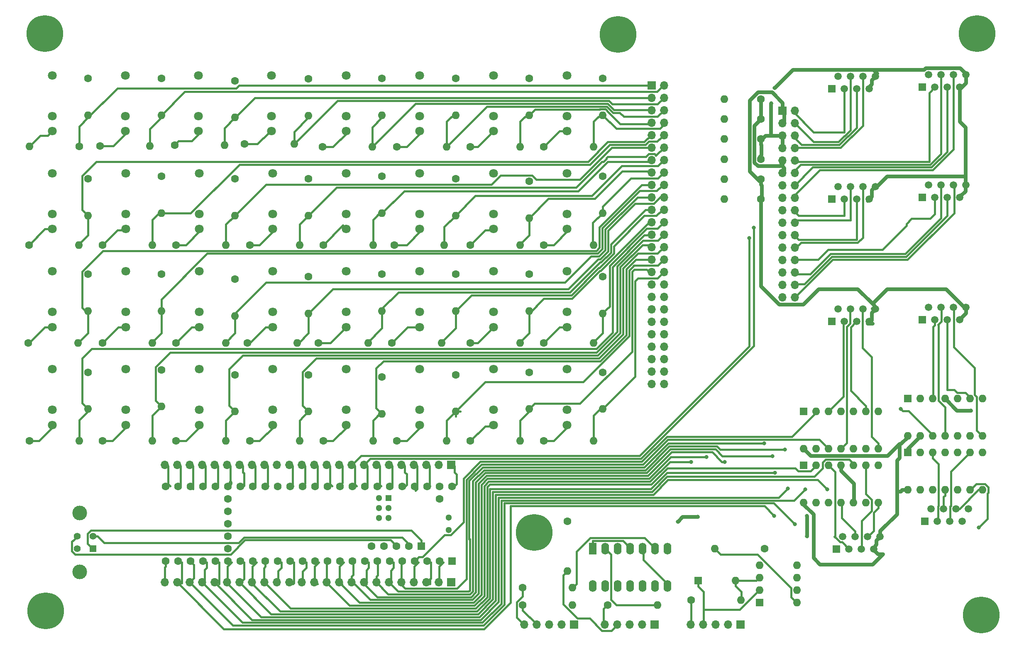
<source format=gbl>
G04 #@! TF.GenerationSoftware,KiCad,Pcbnew,(5.1.4)-1*
G04 #@! TF.CreationDate,2021-11-01T00:46:01-04:00*
G04 #@! TF.ProjectId,jack_pcb,6a61636b-5f70-4636-922e-6b696361645f,rev?*
G04 #@! TF.SameCoordinates,Original*
G04 #@! TF.FileFunction,Copper,L2,Bot*
G04 #@! TF.FilePolarity,Positive*
%FSLAX46Y46*%
G04 Gerber Fmt 4.6, Leading zero omitted, Abs format (unit mm)*
G04 Created by KiCad (PCBNEW (5.1.4)-1) date 2021-11-01 00:46:01*
%MOMM*%
%LPD*%
G04 APERTURE LIST*
%ADD10C,7.500000*%
%ADD11C,1.300000*%
%ADD12C,1.600000*%
%ADD13R,1.300000X1.300000*%
%ADD14R,1.600000X1.600000*%
%ADD15O,1.700000X1.700000*%
%ADD16R,1.700000X1.700000*%
%ADD17C,1.500000*%
%ADD18R,1.500000X1.500000*%
%ADD19O,1.600000X1.600000*%
%ADD20C,1.400000*%
%ADD21C,3.000000*%
%ADD22R,1.400000X1.400000*%
%ADD23O,1.600000X2.400000*%
%ADD24R,1.600000X2.400000*%
%ADD25C,1.800000*%
%ADD26C,0.800000*%
%ADD27C,0.762000*%
%ADD28C,0.381000*%
G04 APERTURE END LIST*
D10*
X147000000Y-138700000D03*
X238200000Y-155600000D03*
X47400000Y-154700000D03*
X164100000Y-37000000D03*
X47200000Y-36900000D03*
X237400000Y-36900000D03*
D11*
X129580000Y-135630000D03*
X129580000Y-138170000D03*
D12*
X84590000Y-131820000D03*
X84590000Y-134360000D03*
X84590000Y-136900000D03*
X84590000Y-139440000D03*
X84590000Y-141980000D03*
D11*
X117340000Y-135718400D03*
X115340000Y-135718400D03*
X115340000Y-133718400D03*
X117340000Y-133718400D03*
X115340000Y-131718400D03*
D13*
X117340000Y-131718400D03*
D12*
X89670000Y-144520000D03*
X87130000Y-144520000D03*
X84590000Y-144520000D03*
X82050000Y-144520000D03*
X92210000Y-144520000D03*
X94750000Y-144520000D03*
X97290000Y-144520000D03*
X79510000Y-144520000D03*
X76970000Y-144520000D03*
X74430000Y-144520000D03*
X71890000Y-144520000D03*
X71890000Y-129280000D03*
X74430000Y-129280000D03*
X76970000Y-129280000D03*
X79510000Y-129280000D03*
X82050000Y-129280000D03*
X84590000Y-129280000D03*
X87130000Y-129280000D03*
X89670000Y-129280000D03*
X92210000Y-129280000D03*
X94750000Y-129280000D03*
X99830000Y-144520000D03*
X102370000Y-144520000D03*
X104910000Y-144520000D03*
X107450000Y-144520000D03*
X109990000Y-144520000D03*
X112530000Y-144520000D03*
X115070000Y-144520000D03*
X117610000Y-144520000D03*
X120150000Y-144520000D03*
X122690000Y-144520000D03*
X125230000Y-144520000D03*
X127770000Y-144520000D03*
D14*
X130310000Y-144520000D03*
D12*
X97290000Y-129280000D03*
X99830000Y-129280000D03*
X102370000Y-129280000D03*
X104910000Y-129280000D03*
X107450000Y-129280000D03*
X109990000Y-129280000D03*
X112530000Y-129280000D03*
X115070000Y-129280000D03*
X117610000Y-129280000D03*
X120150000Y-129280000D03*
X122690000Y-129280000D03*
X125230000Y-129280000D03*
X127770000Y-129280000D03*
X130310000Y-129280000D03*
D14*
X124010800Y-141469200D03*
D12*
X121470800Y-141469200D03*
X118930800Y-141469200D03*
X116390800Y-141469200D03*
X113850800Y-141469200D03*
X127770000Y-131820000D03*
D15*
X71680000Y-148900000D03*
X74220000Y-148900000D03*
X76760000Y-148900000D03*
X79300000Y-148900000D03*
X81840000Y-148900000D03*
X84380000Y-148900000D03*
X86920000Y-148900000D03*
X89460000Y-148900000D03*
X92000000Y-148900000D03*
X94540000Y-148900000D03*
X97080000Y-148900000D03*
X99620000Y-148900000D03*
X102160000Y-148900000D03*
X104700000Y-148900000D03*
X107240000Y-148900000D03*
X109780000Y-148900000D03*
X112320000Y-148900000D03*
X114860000Y-148900000D03*
X117400000Y-148900000D03*
X119940000Y-148900000D03*
X122480000Y-148900000D03*
X125020000Y-148900000D03*
X127560000Y-148900000D03*
D16*
X130100000Y-148900000D03*
D15*
X71680000Y-124900000D03*
X74220000Y-124900000D03*
X76760000Y-124900000D03*
X79300000Y-124900000D03*
X81840000Y-124900000D03*
X84380000Y-124900000D03*
X86920000Y-124900000D03*
X89460000Y-124900000D03*
X92000000Y-124900000D03*
X94540000Y-124900000D03*
X97080000Y-124900000D03*
X99620000Y-124900000D03*
X102160000Y-124900000D03*
X104700000Y-124900000D03*
X107240000Y-124900000D03*
X109780000Y-124900000D03*
X112320000Y-124900000D03*
X114860000Y-124900000D03*
X117400000Y-124900000D03*
X119940000Y-124900000D03*
X122480000Y-124900000D03*
X125020000Y-124900000D03*
X127560000Y-124900000D03*
D16*
X130100000Y-124900000D03*
D17*
X216590000Y-93060000D03*
X215320000Y-95600000D03*
X214050000Y-93060000D03*
X212780000Y-95600000D03*
X211510000Y-93060000D03*
X210240000Y-95600000D03*
X208970000Y-93060000D03*
D18*
X207700000Y-95600000D03*
D19*
X202000000Y-121620000D03*
X217240000Y-114000000D03*
X204540000Y-121620000D03*
X214700000Y-114000000D03*
X207080000Y-121620000D03*
X212160000Y-114000000D03*
X209620000Y-121620000D03*
X209620000Y-114000000D03*
X212160000Y-121620000D03*
X207080000Y-114000000D03*
X214700000Y-121620000D03*
X204540000Y-114000000D03*
X217240000Y-121620000D03*
D14*
X202000000Y-114000000D03*
D19*
X56000000Y-93500000D03*
D12*
X56000000Y-86000000D03*
D19*
X159160000Y-100000000D03*
D12*
X149000000Y-100000000D03*
D19*
X144160000Y-100000000D03*
D12*
X134000000Y-100000000D03*
D19*
X128160000Y-100000000D03*
D12*
X118000000Y-100000000D03*
D19*
X113160000Y-100000000D03*
D12*
X103000000Y-100000000D03*
D19*
X98660000Y-100000000D03*
D12*
X88500000Y-100000000D03*
D19*
X84160000Y-100000000D03*
D12*
X74000000Y-100000000D03*
D19*
X69160000Y-100000000D03*
D12*
X59000000Y-100000000D03*
D19*
X159160000Y-120000000D03*
D12*
X149000000Y-120000000D03*
D19*
X144160000Y-120000000D03*
D12*
X134000000Y-120000000D03*
D19*
X129160000Y-120000000D03*
D12*
X119000000Y-120000000D03*
D19*
X114160000Y-120000000D03*
D12*
X104000000Y-120000000D03*
D19*
X99160000Y-120000000D03*
D12*
X89000000Y-120000000D03*
D19*
X84160000Y-120000000D03*
D12*
X74000000Y-120000000D03*
D19*
X69160000Y-120000000D03*
D12*
X59000000Y-120000000D03*
D19*
X54260000Y-120000000D03*
D12*
X44100000Y-120000000D03*
D19*
X54000000Y-100000000D03*
D12*
X43840000Y-100000000D03*
D19*
X159160000Y-80000000D03*
D12*
X149000000Y-80000000D03*
D19*
X144160000Y-80000000D03*
D12*
X134000000Y-80000000D03*
D19*
X128660000Y-80000000D03*
D12*
X118500000Y-80000000D03*
D19*
X114160000Y-80000000D03*
D12*
X104000000Y-80000000D03*
D19*
X99160000Y-80000000D03*
D12*
X89000000Y-80000000D03*
D19*
X84160000Y-80000000D03*
D12*
X74000000Y-80000000D03*
D19*
X69160000Y-80000000D03*
D12*
X59000000Y-80000000D03*
D19*
X54160000Y-80000000D03*
D12*
X44000000Y-80000000D03*
D19*
X159160000Y-60000000D03*
D12*
X149000000Y-60000000D03*
D19*
X144160000Y-60000000D03*
D12*
X134000000Y-60000000D03*
D19*
X129160000Y-60000000D03*
D12*
X119000000Y-60000000D03*
D19*
X114000000Y-60000000D03*
D12*
X103840000Y-60000000D03*
D19*
X98060000Y-59400000D03*
D12*
X87900000Y-59400000D03*
D19*
X83860000Y-59600000D03*
D12*
X73700000Y-59600000D03*
D19*
X68660000Y-59800000D03*
D12*
X58500000Y-59800000D03*
D19*
X44040000Y-59900000D03*
D12*
X54200000Y-59900000D03*
D15*
X173500000Y-108380000D03*
X170960000Y-108380000D03*
X173500000Y-105840000D03*
X170960000Y-105840000D03*
X173500000Y-103300000D03*
X170960000Y-103300000D03*
X173500000Y-100760000D03*
X170960000Y-100760000D03*
X173500000Y-98220000D03*
X170960000Y-98220000D03*
X173500000Y-95680000D03*
X170960000Y-95680000D03*
X173500000Y-93140000D03*
X170960000Y-93140000D03*
X173500000Y-90600000D03*
X170960000Y-90600000D03*
X173500000Y-88060000D03*
X170960000Y-88060000D03*
X173500000Y-85520000D03*
X170960000Y-85520000D03*
X173500000Y-82980000D03*
X170960000Y-82980000D03*
X173500000Y-80440000D03*
X170960000Y-80440000D03*
X173500000Y-77900000D03*
X170960000Y-77900000D03*
X173500000Y-75360000D03*
X170960000Y-75360000D03*
X173500000Y-72820000D03*
X170960000Y-72820000D03*
X173500000Y-70280000D03*
X170960000Y-70280000D03*
X173500000Y-67740000D03*
X170960000Y-67740000D03*
X173500000Y-65200000D03*
X170960000Y-65200000D03*
X173500000Y-62660000D03*
X170960000Y-62660000D03*
X173500000Y-60120000D03*
X170960000Y-60120000D03*
X173500000Y-57580000D03*
X170960000Y-57580000D03*
X173500000Y-55040000D03*
X170960000Y-55040000D03*
X173500000Y-52500000D03*
X170960000Y-52500000D03*
X173500000Y-49960000D03*
X170960000Y-49960000D03*
X173500000Y-47420000D03*
D16*
X170960000Y-47420000D03*
D19*
X161000000Y-94000000D03*
D12*
X161000000Y-86500000D03*
D19*
X146000000Y-93500000D03*
D12*
X146000000Y-86000000D03*
D19*
X131000000Y-93500000D03*
D12*
X131000000Y-86000000D03*
D19*
X116000000Y-93500000D03*
D12*
X116000000Y-86000000D03*
D19*
X101000000Y-94000000D03*
D12*
X101000000Y-86500000D03*
D19*
X86000000Y-94500000D03*
D12*
X86000000Y-87000000D03*
D19*
X71000000Y-93500000D03*
D12*
X71000000Y-86000000D03*
D19*
X161000000Y-113500000D03*
D12*
X161000000Y-106000000D03*
D19*
X146000000Y-113500000D03*
D12*
X146000000Y-106000000D03*
D19*
X131000000Y-114000000D03*
D12*
X131000000Y-106500000D03*
D19*
X116000000Y-114500000D03*
D12*
X116000000Y-107000000D03*
D19*
X101000000Y-114000000D03*
D12*
X101000000Y-106500000D03*
D19*
X86000000Y-114000000D03*
D12*
X86000000Y-106500000D03*
D19*
X71000000Y-113000000D03*
D12*
X71000000Y-105500000D03*
D19*
X56000000Y-113500000D03*
D12*
X56000000Y-106000000D03*
D19*
X161000000Y-73500000D03*
D12*
X161000000Y-66000000D03*
D19*
X146000000Y-74500000D03*
D12*
X146000000Y-67000000D03*
D19*
X131000000Y-74000000D03*
D12*
X131000000Y-66500000D03*
D19*
X116000000Y-73500000D03*
D12*
X116000000Y-66000000D03*
D19*
X101000000Y-74000000D03*
D12*
X101000000Y-66500000D03*
D19*
X86000000Y-74000000D03*
D12*
X86000000Y-66500000D03*
D19*
X71000000Y-73500000D03*
D12*
X71000000Y-66000000D03*
D19*
X56000000Y-74000000D03*
D12*
X56000000Y-66500000D03*
D19*
X161000000Y-53500000D03*
D12*
X161000000Y-46000000D03*
D19*
X146000000Y-53500000D03*
D12*
X146000000Y-46000000D03*
D19*
X131000000Y-53500000D03*
D12*
X131000000Y-46000000D03*
D19*
X116000000Y-53500000D03*
D12*
X116000000Y-46000000D03*
D19*
X101000000Y-53600000D03*
D12*
X101000000Y-46100000D03*
D19*
X86000000Y-54000000D03*
D12*
X86000000Y-46500000D03*
D19*
X56000000Y-53500000D03*
D12*
X56000000Y-46000000D03*
D19*
X71000000Y-53500000D03*
D12*
X71000000Y-46000000D03*
D19*
X185800000Y-50200000D03*
D12*
X193300000Y-50200000D03*
D19*
X185800000Y-54296000D03*
D12*
X193300000Y-54296000D03*
D19*
X185800000Y-66584000D03*
D12*
X193300000Y-66584000D03*
D19*
X185800000Y-70680000D03*
D12*
X193300000Y-70680000D03*
D19*
X185800000Y-58392000D03*
D12*
X193300000Y-58392000D03*
D20*
X57000000Y-139500000D03*
D21*
X54290000Y-134730000D03*
D22*
X57000000Y-142000000D03*
D20*
X53800000Y-139500000D03*
X53800000Y-142000000D03*
D21*
X54290000Y-146770000D03*
D23*
X159000000Y-149620000D03*
X174240000Y-142000000D03*
X161540000Y-149620000D03*
X171700000Y-142000000D03*
X164080000Y-149620000D03*
X169160000Y-142000000D03*
X166620000Y-149620000D03*
X166620000Y-142000000D03*
X169160000Y-149620000D03*
X164080000Y-142000000D03*
X171700000Y-149620000D03*
X161540000Y-142000000D03*
X174240000Y-149620000D03*
D24*
X159000000Y-142000000D03*
D15*
X178920000Y-157500000D03*
X181460000Y-157500000D03*
X184000000Y-157500000D03*
X186540000Y-157500000D03*
D16*
X189080000Y-157500000D03*
D15*
X145040000Y-157500000D03*
X147580000Y-157500000D03*
X150120000Y-157500000D03*
X152660000Y-157500000D03*
D16*
X155200000Y-157500000D03*
D15*
X161420000Y-157500000D03*
X163960000Y-157500000D03*
X166500000Y-157500000D03*
X169040000Y-157500000D03*
D16*
X171580000Y-157500000D03*
D19*
X223200000Y-130020000D03*
X238440000Y-122400000D03*
X225740000Y-130020000D03*
X235900000Y-122400000D03*
X228280000Y-130020000D03*
X233360000Y-122400000D03*
X230820000Y-130020000D03*
X230820000Y-122400000D03*
X233360000Y-130020000D03*
X228280000Y-122400000D03*
X235900000Y-130020000D03*
X225740000Y-122400000D03*
X238440000Y-130020000D03*
D14*
X223200000Y-122400000D03*
D19*
X202000000Y-132620000D03*
X217240000Y-125000000D03*
X204540000Y-132620000D03*
X214700000Y-125000000D03*
X207080000Y-132620000D03*
X212160000Y-125000000D03*
X209620000Y-132620000D03*
X209620000Y-125000000D03*
X212160000Y-132620000D03*
X207080000Y-125000000D03*
X214700000Y-132620000D03*
X204540000Y-125000000D03*
X217240000Y-132620000D03*
D14*
X202000000Y-125000000D03*
D19*
X223200000Y-119020000D03*
X238440000Y-111400000D03*
X225740000Y-119020000D03*
X235900000Y-111400000D03*
X228280000Y-119020000D03*
X233360000Y-111400000D03*
X230820000Y-119020000D03*
X230820000Y-111400000D03*
X233360000Y-119020000D03*
X228280000Y-111400000D03*
X235900000Y-119020000D03*
X225740000Y-111400000D03*
X238440000Y-119020000D03*
D14*
X223200000Y-111400000D03*
D19*
X200620000Y-153000000D03*
X193000000Y-145380000D03*
X200620000Y-150460000D03*
X193000000Y-147920000D03*
X200620000Y-147920000D03*
X193000000Y-150460000D03*
X200620000Y-145380000D03*
D14*
X193000000Y-153000000D03*
D19*
X183840000Y-142000000D03*
D12*
X194000000Y-142000000D03*
D19*
X189160000Y-152500000D03*
D12*
X179000000Y-152500000D03*
D19*
X172160000Y-153500000D03*
D12*
X162000000Y-153500000D03*
D19*
X154860000Y-150000000D03*
D12*
X144700000Y-150000000D03*
D19*
X153800000Y-146600000D03*
D12*
X153800000Y-136440000D03*
D19*
X154860000Y-153500000D03*
D12*
X144700000Y-153500000D03*
D17*
X235090000Y-67760000D03*
X233820000Y-70300000D03*
X232550000Y-67760000D03*
X231280000Y-70300000D03*
X230010000Y-67760000D03*
X228740000Y-70300000D03*
X227470000Y-67760000D03*
D18*
X226200000Y-70300000D03*
D17*
X235090000Y-45260000D03*
X233820000Y-47800000D03*
X232550000Y-45260000D03*
X231280000Y-47800000D03*
X230010000Y-45260000D03*
X228740000Y-47800000D03*
X227470000Y-45260000D03*
D18*
X226200000Y-47800000D03*
D17*
X235630000Y-133910000D03*
X234360000Y-136450000D03*
X233090000Y-133910000D03*
X231820000Y-136450000D03*
X230550000Y-133910000D03*
X229280000Y-136450000D03*
X228010000Y-133910000D03*
D18*
X226740000Y-136450000D03*
D17*
X235090000Y-92760000D03*
X233820000Y-95300000D03*
X232550000Y-92760000D03*
X231280000Y-95300000D03*
X230010000Y-92760000D03*
X228740000Y-95300000D03*
X227470000Y-92760000D03*
D18*
X226200000Y-95300000D03*
D17*
X216590000Y-68060000D03*
X215320000Y-70600000D03*
X214050000Y-68060000D03*
X212780000Y-70600000D03*
X211510000Y-68060000D03*
X210240000Y-70600000D03*
X208970000Y-68060000D03*
D18*
X207700000Y-70600000D03*
D17*
X216590000Y-45560000D03*
X215320000Y-48100000D03*
X214050000Y-45560000D03*
X212780000Y-48100000D03*
X211510000Y-45560000D03*
X210240000Y-48100000D03*
X208970000Y-45560000D03*
D18*
X207700000Y-48100000D03*
D17*
X217590000Y-139560000D03*
X216320000Y-142100000D03*
X215050000Y-139560000D03*
X213780000Y-142100000D03*
X212510000Y-139560000D03*
X211240000Y-142100000D03*
X209970000Y-139560000D03*
D18*
X208700000Y-142100000D03*
D25*
X138700000Y-105380000D03*
X138700000Y-116780000D03*
X138700000Y-113680000D03*
X123700000Y-105380000D03*
X123700000Y-116780000D03*
X123700000Y-113680000D03*
X108700000Y-105380000D03*
X108700000Y-116780000D03*
X108700000Y-113680000D03*
X93700000Y-105380000D03*
X93700000Y-116780000D03*
X93700000Y-113680000D03*
X78700000Y-105380000D03*
X78700000Y-116780000D03*
X78700000Y-113680000D03*
X63700000Y-105380000D03*
X63700000Y-116780000D03*
X63700000Y-113680000D03*
X48700000Y-105380000D03*
X48700000Y-116780000D03*
X48700000Y-113680000D03*
X153700000Y-105380000D03*
X153700000Y-116780000D03*
X153700000Y-113680000D03*
X138700000Y-85380000D03*
X138700000Y-96780000D03*
X138700000Y-93680000D03*
X123700000Y-85380000D03*
X123700000Y-96780000D03*
X123700000Y-93680000D03*
X108700000Y-85380000D03*
X108700000Y-96780000D03*
X108700000Y-93680000D03*
X93700000Y-85380000D03*
X93700000Y-96780000D03*
X93700000Y-93680000D03*
X78700000Y-85380000D03*
X78700000Y-96780000D03*
X78700000Y-93680000D03*
X63700000Y-85380000D03*
X63700000Y-96780000D03*
X63700000Y-93680000D03*
X48700000Y-85380000D03*
X48700000Y-96780000D03*
X48700000Y-93680000D03*
X153700000Y-85380000D03*
X153700000Y-96780000D03*
X153700000Y-93680000D03*
X138700000Y-65380000D03*
X138700000Y-76780000D03*
X138700000Y-73680000D03*
X123700000Y-65380000D03*
X123700000Y-76780000D03*
X123700000Y-73680000D03*
X108700000Y-65380000D03*
X108700000Y-76780000D03*
X108700000Y-73680000D03*
X93700000Y-65380000D03*
X93700000Y-76780000D03*
X93700000Y-73680000D03*
X78700000Y-65380000D03*
X78700000Y-76780000D03*
X78700000Y-73680000D03*
X63700000Y-65380000D03*
X63700000Y-76780000D03*
X63700000Y-73680000D03*
X48700000Y-65380000D03*
X48700000Y-76780000D03*
X48700000Y-73680000D03*
X153700000Y-65380000D03*
X153700000Y-76780000D03*
X153700000Y-73680000D03*
D15*
X200240000Y-90700000D03*
X197700000Y-90700000D03*
X200240000Y-88160000D03*
X197700000Y-88160000D03*
X200240000Y-85620000D03*
X197700000Y-85620000D03*
X200240000Y-83080000D03*
X197700000Y-83080000D03*
X200240000Y-80540000D03*
X197700000Y-80540000D03*
X200240000Y-78000000D03*
X197700000Y-78000000D03*
X200240000Y-75460000D03*
X197700000Y-75460000D03*
X200240000Y-72920000D03*
X197700000Y-72920000D03*
X200240000Y-70380000D03*
X197700000Y-70380000D03*
X200240000Y-67840000D03*
X197700000Y-67840000D03*
X200240000Y-65300000D03*
X197700000Y-65300000D03*
X200240000Y-62760000D03*
X197700000Y-62760000D03*
X200240000Y-60220000D03*
X197700000Y-60220000D03*
X200240000Y-57680000D03*
X197700000Y-57680000D03*
X200240000Y-55140000D03*
X197700000Y-55140000D03*
X200240000Y-52600000D03*
D16*
X197700000Y-52600000D03*
D25*
X138700000Y-45380000D03*
X138700000Y-56780000D03*
X138700000Y-53680000D03*
X123700000Y-45380000D03*
X123700000Y-56780000D03*
X123700000Y-53680000D03*
X108700000Y-45380000D03*
X108700000Y-56780000D03*
X108700000Y-53680000D03*
X93418000Y-45380000D03*
X93418000Y-56780000D03*
X93418000Y-53680000D03*
X78512000Y-45380000D03*
X78512000Y-56780000D03*
X78512000Y-53680000D03*
X63606000Y-45380000D03*
X63606000Y-56780000D03*
X63606000Y-53680000D03*
X48700000Y-45380000D03*
X48700000Y-56780000D03*
X48700000Y-53680000D03*
X153700000Y-45380000D03*
X153700000Y-56780000D03*
X153700000Y-53680000D03*
D19*
X188120000Y-148500000D03*
D14*
X180500000Y-148500000D03*
D19*
X185800000Y-62488000D03*
D12*
X193300000Y-62488000D03*
D26*
X202700000Y-139500000D03*
X202700000Y-135300000D03*
X236100000Y-113800000D03*
X180400000Y-135500000D03*
X176300000Y-136500000D03*
X195365026Y-51051735D03*
X190905775Y-78596275D03*
X191800000Y-76500000D03*
X196018496Y-47967701D03*
X198200000Y-121800000D03*
X193900000Y-120528479D03*
X179000000Y-124300000D03*
X185900000Y-124300000D03*
X221800000Y-113500000D03*
X182200000Y-123300000D03*
X195600000Y-123100000D03*
X206800000Y-129900000D03*
X196100000Y-126500000D03*
X196000000Y-135300000D03*
X237700000Y-137700000D03*
X202300000Y-129900000D03*
X200200000Y-137009490D03*
X198800000Y-129700000D03*
D27*
X223200000Y-122400000D02*
X223200000Y-121600000D01*
X223200000Y-121600000D02*
X225500000Y-119300000D01*
X209620000Y-126131370D02*
X212200000Y-128711370D01*
X209620000Y-125000000D02*
X209620000Y-126131370D01*
X212200000Y-128711370D02*
X212200000Y-132500000D01*
X202700000Y-139500000D02*
X202700000Y-135300000D01*
X230820000Y-111400000D02*
X233220000Y-113800000D01*
X233220000Y-113800000D02*
X236100000Y-113800000D01*
X177300000Y-135500000D02*
X176300000Y-136500000D01*
X180400000Y-135500000D02*
X177300000Y-135500000D01*
X197700000Y-57680000D02*
X197700000Y-59889536D01*
X197700000Y-59889536D02*
X197571807Y-60017729D01*
X197571807Y-60017729D02*
X197982271Y-60017729D01*
X194183329Y-57680000D02*
X193453162Y-58410167D01*
X193300000Y-59523370D02*
X193335972Y-59559342D01*
X193300000Y-58392000D02*
X193300000Y-59523370D01*
X193335972Y-59559342D02*
X193335972Y-61664028D01*
X193335972Y-61664028D02*
X193000000Y-62000000D01*
X195320000Y-51096761D02*
X195365026Y-51051735D01*
X195320000Y-57680000D02*
X195320000Y-51096761D01*
X195320000Y-57680000D02*
X194183329Y-57680000D01*
X197700000Y-57680000D02*
X195320000Y-57680000D01*
X217590000Y-139560000D02*
X217590000Y-138410000D01*
X217590000Y-138410000D02*
X221000000Y-135000000D01*
D28*
X131195890Y-128804110D02*
X130800000Y-129200000D01*
X130800000Y-125200000D02*
X130800000Y-126431000D01*
X130800000Y-126431000D02*
X131195890Y-126826890D01*
X131195890Y-126826890D02*
X131195890Y-128804110D01*
D27*
X221788630Y-130300000D02*
X221000000Y-130300000D01*
X222068630Y-130020000D02*
X221788630Y-130300000D01*
X223200000Y-130020000D02*
X222068630Y-130020000D01*
X221000000Y-135000000D02*
X221000000Y-130300000D01*
X203417989Y-123037989D02*
X203240000Y-122860000D01*
X219062011Y-123037989D02*
X203417989Y-123037989D01*
X203240000Y-122860000D02*
X203381001Y-123001001D01*
X202000000Y-121620000D02*
X203240000Y-122860000D01*
X221000000Y-130300000D02*
X221000000Y-124000000D01*
X221000000Y-124000000D02*
X221500000Y-123500000D01*
X221500000Y-123500000D02*
X221500000Y-120600000D01*
X221500000Y-120600000D02*
X219062011Y-123037989D01*
X221500000Y-120600000D02*
X221800000Y-120600000D01*
X221800000Y-120600000D02*
X223200000Y-119200000D01*
X204000000Y-135000000D02*
X202000000Y-133000000D01*
X204000000Y-143900000D02*
X204000000Y-135000000D01*
X205300000Y-145200000D02*
X204000000Y-143900000D01*
X216062002Y-145200000D02*
X205300000Y-145200000D01*
X216840001Y-140309999D02*
X216840001Y-141159999D01*
X217590000Y-139560000D02*
X216840001Y-140309999D01*
X216840001Y-141159999D02*
X216000000Y-142000000D01*
X216000000Y-142000000D02*
X217131001Y-143131001D01*
X217131001Y-143131001D02*
X218131001Y-143131001D01*
X218131001Y-143131001D02*
X216062002Y-145200000D01*
D28*
X188120000Y-148500000D02*
X192300000Y-148500000D01*
X192300000Y-148500000D02*
X193100000Y-147700000D01*
X193100000Y-147700000D02*
X193200000Y-147800000D01*
X188120000Y-149631370D02*
X189300000Y-150811370D01*
X188120000Y-148500000D02*
X188120000Y-149631370D01*
X189300000Y-150811370D02*
X189300000Y-152600000D01*
X180500000Y-149681000D02*
X181600000Y-150781000D01*
X180500000Y-148500000D02*
X180500000Y-149681000D01*
X188921942Y-154500000D02*
X181600000Y-154500000D01*
X192961942Y-150460000D02*
X188921942Y-154500000D01*
X193000000Y-150460000D02*
X192961942Y-150460000D01*
X181600000Y-150781000D02*
X181600000Y-154500000D01*
X181600000Y-154500000D02*
X181600000Y-157500000D01*
X153700000Y-56780000D02*
X152220000Y-56780000D01*
X152220000Y-56780000D02*
X149000000Y-60000000D01*
X47800001Y-57679999D02*
X46320001Y-57679999D01*
X48700000Y-56780000D02*
X47800001Y-57679999D01*
X46320001Y-57679999D02*
X44000000Y-60000000D01*
X58500000Y-59800000D02*
X61200000Y-59800000D01*
X61200000Y-59800000D02*
X64000000Y-57000000D01*
X74499999Y-58800001D02*
X77199999Y-58800001D01*
X73700000Y-59600000D02*
X74499999Y-58800001D01*
X77199999Y-58800001D02*
X79000000Y-57000000D01*
X87900000Y-59400000D02*
X90600000Y-59400000D01*
X90600000Y-59400000D02*
X93000000Y-57000000D01*
X103840000Y-60000000D02*
X106000000Y-60000000D01*
X106000000Y-60000000D02*
X109000000Y-57000000D01*
X119000000Y-60000000D02*
X121000000Y-60000000D01*
X121000000Y-60000000D02*
X124000000Y-57000000D01*
X138700000Y-56780000D02*
X135480000Y-60000000D01*
X135480000Y-60000000D02*
X134000000Y-60000000D01*
X232679499Y-68320501D02*
X233000000Y-68000000D01*
X232679499Y-73489787D02*
X232679499Y-68320501D01*
X207940000Y-83000000D02*
X223169286Y-83000000D01*
X200240000Y-90700000D02*
X207940000Y-83000000D01*
X223169286Y-83000000D02*
X232679499Y-73489787D01*
X207699338Y-82418989D02*
X202118327Y-88000000D01*
X231280000Y-74067614D02*
X222928625Y-82418989D01*
X202118327Y-88000000D02*
X200000000Y-88000000D01*
X231280000Y-70300000D02*
X231280000Y-74067614D01*
X222928625Y-82418989D02*
X207699338Y-82418989D01*
X230010000Y-67760000D02*
X230010000Y-74515942D01*
X207458676Y-81837978D02*
X203296654Y-86000000D01*
X203296654Y-86000000D02*
X200000000Y-86000000D01*
X222687964Y-81837978D02*
X207458676Y-81837978D01*
X230010000Y-74515942D02*
X222687964Y-81837978D01*
X204969286Y-83000000D02*
X200000000Y-83000000D01*
X206969286Y-81000000D02*
X204969286Y-83000000D01*
X228740000Y-73723333D02*
X227803834Y-74659499D01*
X228740000Y-70300000D02*
X228740000Y-73723333D01*
X227803834Y-74659499D02*
X223974559Y-74659499D01*
X218040000Y-81000000D02*
X206969286Y-81000000D01*
X223974559Y-74659499D02*
X222939499Y-75694559D01*
X222939499Y-75694559D02*
X222939499Y-76100501D01*
X222939499Y-76100501D02*
X218040000Y-81000000D01*
X213020662Y-79521512D02*
X201478488Y-79521512D01*
X201478488Y-79521512D02*
X200000000Y-81000000D01*
X214050000Y-78492174D02*
X213020662Y-79521512D01*
X214050000Y-68060000D02*
X214050000Y-78492174D01*
X200940501Y-78940501D02*
X200000000Y-78000000D01*
X212780000Y-70600000D02*
X212780000Y-78940501D01*
X212780000Y-78940501D02*
X200940501Y-78940501D01*
X200040501Y-74959499D02*
X200000000Y-75000000D01*
X211510000Y-68060000D02*
X211510000Y-74959499D01*
X211510000Y-74959499D02*
X200040501Y-74959499D01*
X201000000Y-74000000D02*
X200000000Y-73000000D01*
X210240000Y-70600000D02*
X210240000Y-74000000D01*
X210240000Y-74000000D02*
X201000000Y-74000000D01*
X199429499Y-150047557D02*
X199429499Y-151929499D01*
X192572443Y-143190501D02*
X199429499Y-150047557D01*
X183840000Y-142000000D02*
X185030501Y-143190501D01*
X185030501Y-143190501D02*
X192572443Y-143190501D01*
X199429499Y-151929499D02*
X200500000Y-153000000D01*
X201418989Y-68581011D02*
X200000000Y-70000000D01*
X205256967Y-64743033D02*
X201418989Y-68581011D01*
X232550000Y-45260000D02*
X232550000Y-60514518D01*
X232550000Y-60514518D02*
X228321485Y-64743033D01*
X228321485Y-64743033D02*
X205256967Y-64743033D01*
X110480000Y-128880000D02*
X110800000Y-129200000D01*
X110480000Y-125200000D02*
X110480000Y-128880000D01*
X190905775Y-100694225D02*
X190905775Y-79161960D01*
X190905775Y-79161960D02*
X190905775Y-78596275D01*
X111721511Y-123078489D02*
X168521511Y-123078489D01*
X109900000Y-124900000D02*
X111721511Y-123078489D01*
X168521511Y-123078489D02*
X190905775Y-100694225D01*
X203837978Y-64162022D02*
X200000000Y-68000000D01*
X231280000Y-60962845D02*
X228080823Y-64162022D01*
X228080823Y-64162022D02*
X203837978Y-64162022D01*
X231280000Y-47800000D02*
X231280000Y-60962845D01*
X113020000Y-128980000D02*
X112800000Y-129200000D01*
X113020000Y-125200000D02*
X113020000Y-128980000D01*
X191800000Y-77065685D02*
X191800000Y-76500000D01*
X191800000Y-100621673D02*
X191800000Y-77065685D01*
X168762173Y-123659500D02*
X191800000Y-100621673D01*
X112320000Y-124900000D02*
X113560500Y-123659500D01*
X113560500Y-123659500D02*
X168762173Y-123659500D01*
X227840161Y-63581011D02*
X201418989Y-63581011D01*
X201418989Y-63581011D02*
X200000000Y-65000000D01*
X230010000Y-61411172D02*
X227840161Y-63581011D01*
X230010000Y-45260000D02*
X230010000Y-61411172D01*
D27*
X197700000Y-63962081D02*
X198000000Y-64262081D01*
X197700000Y-62760000D02*
X197700000Y-63962081D01*
X198000000Y-64262081D02*
X198000000Y-65000000D01*
X215840001Y-46309999D02*
X215840001Y-47159999D01*
X216590000Y-45560000D02*
X215840001Y-46309999D01*
X215840001Y-47159999D02*
X215000000Y-48000000D01*
X235090000Y-45260000D02*
X235090000Y-46910000D01*
X235090000Y-46910000D02*
X234000000Y-48000000D01*
X193300000Y-50200000D02*
X193300000Y-53700000D01*
X193300000Y-53700000D02*
X193000000Y-54000000D01*
X192637119Y-63869001D02*
X197130999Y-63869001D01*
X191918999Y-63150881D02*
X192637119Y-63869001D01*
X193300000Y-54296000D02*
X191918999Y-55677001D01*
X191918999Y-55677001D02*
X191918999Y-63150881D01*
X197130999Y-63869001D02*
X198000000Y-63000000D01*
X196018496Y-47967701D02*
X199757198Y-44228999D01*
X216228999Y-44228999D02*
X217000000Y-45000000D01*
X226831119Y-43928999D02*
X233928999Y-43928999D01*
X226531119Y-44228999D02*
X226831119Y-43928999D01*
X215771001Y-44228999D02*
X226531119Y-44228999D01*
X215771001Y-44228999D02*
X216228999Y-44228999D01*
X199757198Y-44228999D02*
X215771001Y-44228999D01*
X233928999Y-43928999D02*
X235000000Y-45000000D01*
X233820000Y-54837882D02*
X235000000Y-56017882D01*
X233820000Y-47800000D02*
X233820000Y-54837882D01*
X235000000Y-68000000D02*
X235000000Y-69000000D01*
X235000000Y-69000000D02*
X234000000Y-70000000D01*
X235000000Y-66000000D02*
X219000000Y-66000000D01*
X235000000Y-66000000D02*
X235000000Y-68000000D01*
X235000000Y-56017882D02*
X235000000Y-66000000D01*
X219000000Y-66000000D02*
X217000000Y-68000000D01*
X215840001Y-68809999D02*
X215840001Y-70159999D01*
X216590000Y-68060000D02*
X215840001Y-68809999D01*
X215840001Y-70159999D02*
X215000000Y-71000000D01*
D28*
X227599499Y-63000000D02*
X200000000Y-63000000D01*
X227599499Y-48940501D02*
X227599499Y-63000000D01*
X228740000Y-47800000D02*
X227599499Y-48940501D01*
X214050000Y-55655019D02*
X209542999Y-60162020D01*
X200162020Y-60162020D02*
X200000000Y-60000000D01*
X209542999Y-60162020D02*
X200162020Y-60162020D01*
X214050000Y-45560000D02*
X214050000Y-55655019D01*
X209302337Y-59581009D02*
X201581009Y-59581009D01*
X201581009Y-59581009D02*
X200000000Y-58000000D01*
X212780000Y-48100000D02*
X212780000Y-56103346D01*
X212780000Y-56103346D02*
X209302337Y-59581009D01*
X211510000Y-56551673D02*
X209061673Y-59000000D01*
X209061673Y-59000000D02*
X204000000Y-59000000D01*
X204000000Y-59000000D02*
X200000000Y-55000000D01*
X211510000Y-45560000D02*
X211510000Y-56551673D01*
D27*
X198000000Y-53000000D02*
X198000000Y-55000000D01*
X193300000Y-67715370D02*
X193453163Y-67868533D01*
X193300000Y-66584000D02*
X193300000Y-67715370D01*
X193453163Y-67868533D02*
X193453163Y-70546837D01*
X190956989Y-50499129D02*
X190956989Y-64956989D01*
X192637119Y-48818999D02*
X190956989Y-50499129D01*
X195530999Y-48818999D02*
X192637119Y-48818999D01*
X197700000Y-52600000D02*
X197700000Y-50988000D01*
X197700000Y-50988000D02*
X195530999Y-48818999D01*
X190956989Y-64956989D02*
X193000000Y-67000000D01*
X217000000Y-93000000D02*
X216000000Y-93000000D01*
X193300000Y-88417882D02*
X197013119Y-92131001D01*
X193300000Y-70680000D02*
X193300000Y-88417882D01*
X201868999Y-92131001D02*
X205000000Y-89000000D01*
X197013119Y-92131001D02*
X201868999Y-92131001D01*
X205000000Y-89000000D02*
X213000000Y-89000000D01*
X215840001Y-93809999D02*
X215840001Y-95367417D01*
X216590000Y-93060000D02*
X215840001Y-93809999D01*
X215840001Y-95367417D02*
X215207418Y-96000000D01*
X215207418Y-96000000D02*
X215000000Y-96000000D01*
X215000000Y-96000000D02*
X216000000Y-96000000D01*
X219000000Y-89000000D02*
X231000000Y-89000000D01*
X216000000Y-92000000D02*
X219000000Y-89000000D01*
X216000000Y-92000000D02*
X217000000Y-93000000D01*
X213000000Y-89000000D02*
X216000000Y-92000000D01*
X231000000Y-89000000D02*
X235000000Y-93000000D01*
X235090000Y-92760000D02*
X235090000Y-93910000D01*
X235090000Y-93910000D02*
X234000000Y-95000000D01*
D28*
X210240000Y-56989311D02*
X204012075Y-56989311D01*
X210240000Y-48100000D02*
X210240000Y-56989311D01*
X204012075Y-56989311D02*
X200000000Y-52977236D01*
X149000000Y-80000000D02*
X151000000Y-80000000D01*
X151000000Y-80000000D02*
X154000000Y-77000000D01*
X48700000Y-76780000D02*
X47220000Y-76780000D01*
X47220000Y-76780000D02*
X44000000Y-80000000D01*
X59000000Y-80000000D02*
X62000000Y-77000000D01*
X62000000Y-77000000D02*
X63000000Y-77000000D01*
X74000000Y-80000000D02*
X76000000Y-80000000D01*
X76000000Y-80000000D02*
X79000000Y-77000000D01*
X89000000Y-80000000D02*
X91000000Y-80000000D01*
X91000000Y-80000000D02*
X94000000Y-77000000D01*
X104000000Y-80000000D02*
X108000000Y-76000000D01*
X108000000Y-76000000D02*
X109000000Y-77000000D01*
X118500000Y-80000000D02*
X121000000Y-80000000D01*
X121000000Y-80000000D02*
X124000000Y-77000000D01*
X134000000Y-80000000D02*
X137000000Y-77000000D01*
X137000000Y-77000000D02*
X138000000Y-77000000D01*
X153700000Y-96780000D02*
X152220000Y-96780000D01*
X152220000Y-96780000D02*
X149000000Y-100000000D01*
X48700000Y-96780000D02*
X47220000Y-96780000D01*
X47220000Y-96780000D02*
X44000000Y-100000000D01*
X63700000Y-96780000D02*
X62220000Y-96780000D01*
X62220000Y-96780000D02*
X59000000Y-100000000D01*
X78700000Y-96780000D02*
X77220000Y-96780000D01*
X77220000Y-96780000D02*
X74000000Y-100000000D01*
X93700000Y-96780000D02*
X92220000Y-96780000D01*
X92220000Y-96780000D02*
X89000000Y-100000000D01*
X108700000Y-96780000D02*
X105480000Y-100000000D01*
X105480000Y-100000000D02*
X103000000Y-100000000D01*
X121220000Y-96780000D02*
X118000000Y-100000000D01*
X123700000Y-96780000D02*
X121220000Y-96780000D01*
X138700000Y-96780000D02*
X135480000Y-100000000D01*
X135480000Y-100000000D02*
X134000000Y-100000000D01*
X149000000Y-120000000D02*
X151000000Y-120000000D01*
X151000000Y-120000000D02*
X154000000Y-117000000D01*
X44100000Y-120000000D02*
X46000000Y-120000000D01*
X46000000Y-120000000D02*
X49000000Y-117000000D01*
X59000000Y-120000000D02*
X61000000Y-120000000D01*
X61000000Y-120000000D02*
X64000000Y-117000000D01*
X74000000Y-120000000D02*
X76000000Y-120000000D01*
X76000000Y-120000000D02*
X79000000Y-117000000D01*
X89000000Y-120000000D02*
X91000000Y-120000000D01*
X91000000Y-120000000D02*
X94000000Y-117000000D01*
X104000000Y-120000000D02*
X106000000Y-120000000D01*
X106000000Y-120000000D02*
X109000000Y-117000000D01*
X119000000Y-120000000D02*
X121000000Y-120000000D01*
X121000000Y-120000000D02*
X124000000Y-117000000D01*
X134000000Y-120000000D02*
X137000000Y-117000000D01*
X137000000Y-117000000D02*
X138000000Y-117000000D01*
X179000000Y-152500000D02*
X179000000Y-153631370D01*
X179000000Y-153631370D02*
X179000000Y-157600000D01*
X215890501Y-102926443D02*
X214000000Y-101035942D01*
X215890501Y-119139131D02*
X215890501Y-102926443D01*
X217240000Y-121620000D02*
X217240000Y-120488630D01*
X217240000Y-120488630D02*
X215890501Y-119139131D01*
X214000000Y-101035942D02*
X214000000Y-93100000D01*
X214700000Y-112868630D02*
X211600000Y-109768630D01*
X214700000Y-114000000D02*
X214700000Y-112868630D01*
X211600000Y-109768630D02*
X211600000Y-96800000D01*
X211600000Y-96800000D02*
X212600000Y-95800000D01*
X209620000Y-121620000D02*
X210810501Y-120429499D01*
X211600000Y-93400000D02*
X211400000Y-93200000D01*
X210810501Y-96717441D02*
X211500000Y-96027942D01*
X210810501Y-120429499D02*
X210810501Y-96717441D01*
X211500000Y-96027942D02*
X211500000Y-93100000D01*
X207080000Y-114000000D02*
X210100000Y-110980000D01*
X210100000Y-95600000D02*
X210200000Y-95600000D01*
X210100000Y-110980000D02*
X210100000Y-96100000D01*
X210100000Y-96100000D02*
X210200000Y-96000000D01*
X215200000Y-139600000D02*
X215300000Y-139600000D01*
X217240000Y-133751370D02*
X216300000Y-134691370D01*
X217240000Y-132620000D02*
X217240000Y-133751370D01*
X216300000Y-134691370D02*
X216300000Y-138400000D01*
X216300000Y-138400000D02*
X215100000Y-139600000D01*
X215890501Y-134279197D02*
X213800000Y-136369698D01*
X215890501Y-132048559D02*
X215890501Y-134279197D01*
X214700000Y-125000000D02*
X214700000Y-130858058D01*
X214700000Y-130858058D02*
X215890501Y-132048559D01*
X213800000Y-136369698D02*
X213800000Y-141900000D01*
X212510000Y-138499340D02*
X209800000Y-135789340D01*
X212510000Y-139560000D02*
X212510000Y-138499340D01*
X209800000Y-135789340D02*
X209800000Y-132600000D01*
X211240000Y-142100000D02*
X209840501Y-140700501D01*
X209840501Y-140700501D02*
X209422559Y-140700501D01*
X208429499Y-139707441D02*
X208461029Y-139738971D01*
X208429499Y-126349499D02*
X208429499Y-139707441D01*
X207080000Y-125000000D02*
X208429499Y-126349499D01*
X209422559Y-140700501D02*
X208461029Y-139738971D01*
X208461029Y-139738971D02*
X208270501Y-139548443D01*
X236890501Y-105126443D02*
X232600000Y-100835942D01*
X232600000Y-100835942D02*
X232600000Y-92800000D01*
X237249499Y-110987557D02*
X237249499Y-117849499D01*
X236890501Y-105126443D02*
X236890501Y-110628559D01*
X236890501Y-110628559D02*
X237249499Y-110987557D01*
X237249499Y-117849499D02*
X238300000Y-118900000D01*
X231280000Y-95300000D02*
X231280000Y-109580000D01*
X233309499Y-110209499D02*
X235009499Y-110209499D01*
X231280000Y-109580000D02*
X232680000Y-109580000D01*
X232680000Y-109580000D02*
X233309499Y-110209499D01*
X235009499Y-110209499D02*
X236000000Y-111200000D01*
X229429499Y-96298443D02*
X230100000Y-95627942D01*
X230100000Y-95627942D02*
X230100000Y-93000000D01*
X229470501Y-96339445D02*
X229429499Y-96298443D01*
X229470501Y-111812443D02*
X229470501Y-96339445D01*
X230820000Y-113161942D02*
X229470501Y-111812443D01*
X230820000Y-119020000D02*
X230820000Y-113161942D01*
X228740000Y-96360660D02*
X228400000Y-96700660D01*
X228740000Y-95300000D02*
X228740000Y-96360660D01*
X228400000Y-96700660D02*
X228400000Y-111500000D01*
X237661942Y-130020000D02*
X233781942Y-133900000D01*
X238440000Y-130020000D02*
X237661942Y-130020000D01*
X233781942Y-133900000D02*
X233000000Y-133900000D01*
X232010501Y-133301557D02*
X231900000Y-133412058D01*
X235900000Y-122400000D02*
X232010501Y-126289499D01*
X232010501Y-126289499D02*
X232010501Y-133301557D01*
X231900000Y-133412058D02*
X231900000Y-136500000D01*
X230820000Y-131151370D02*
X230500000Y-131471370D01*
X230820000Y-130020000D02*
X230820000Y-131151370D01*
X230500000Y-131471370D02*
X230500000Y-133900000D01*
X229409499Y-133362559D02*
X229409499Y-136309499D01*
X229500000Y-133272058D02*
X229409499Y-133362559D01*
X229500000Y-124751370D02*
X229500000Y-133272058D01*
X228280000Y-122400000D02*
X228280000Y-123531370D01*
X228280000Y-123531370D02*
X229500000Y-124751370D01*
X229409499Y-136309499D02*
X229500000Y-136400000D01*
X159009510Y-140409490D02*
X165109490Y-140409490D01*
X159000000Y-142000000D02*
X159000000Y-140419000D01*
X159000000Y-140419000D02*
X159009510Y-140409490D01*
X165109490Y-140409490D02*
X166700000Y-142000000D01*
X134527868Y-150696696D02*
X134527868Y-128237150D01*
X184281324Y-121137978D02*
X184943346Y-121800000D01*
X197634315Y-121800000D02*
X198200000Y-121800000D01*
X169724821Y-125983544D02*
X174570386Y-121137978D01*
X184943346Y-121800000D02*
X197634315Y-121800000D01*
X114860000Y-148900000D02*
X117268879Y-151308879D01*
X133915685Y-151308879D02*
X134527868Y-150696696D01*
X174570386Y-121137978D02*
X184281324Y-121137978D01*
X136781474Y-125983544D02*
X169724821Y-125983544D01*
X134527868Y-128237150D02*
X136781474Y-125983544D01*
X117268879Y-151308879D02*
X133915685Y-151308879D01*
X114860000Y-147697919D02*
X115100000Y-147457919D01*
X114860000Y-148900000D02*
X114860000Y-147697919D01*
X115100000Y-147457919D02*
X115100000Y-144800000D01*
X136300150Y-124821522D02*
X169243497Y-124821522D01*
X119800000Y-149200000D02*
X120740501Y-150140501D01*
X131262401Y-150140501D02*
X133189894Y-148213008D01*
X133189894Y-148213008D02*
X133189895Y-127931777D01*
X169243497Y-124821522D02*
X174327041Y-119737977D01*
X133189895Y-127931777D02*
X136300150Y-124821522D01*
X205237977Y-119737977D02*
X207100000Y-121600000D01*
X174327041Y-119737977D02*
X205237977Y-119737977D01*
X120740501Y-150140501D02*
X131262401Y-150140501D01*
X119940000Y-148900000D02*
X119940000Y-144660000D01*
X119940000Y-144660000D02*
X120000000Y-144600000D01*
X117800000Y-146461370D02*
X117800000Y-149200000D01*
X118310000Y-144820000D02*
X118310000Y-145951370D01*
X118310000Y-145951370D02*
X117800000Y-146461370D01*
X117400000Y-148900000D02*
X119227868Y-150727868D01*
X119227868Y-150727868D02*
X133675023Y-150727868D01*
X133870894Y-150531999D02*
X133870902Y-140107420D01*
X133675023Y-150727868D02*
X133870894Y-150531999D01*
X174358212Y-120528479D02*
X193334315Y-120528479D01*
X133770905Y-140107420D02*
X133770905Y-128172440D01*
X136540812Y-125402533D02*
X169484159Y-125402533D01*
X193334315Y-120528479D02*
X193900000Y-120528479D01*
X169484159Y-125402533D02*
X174358212Y-120528479D01*
X133770905Y-128172440D02*
X136540812Y-125402533D01*
X205000000Y-114145308D02*
X205000000Y-114000000D01*
X122590001Y-145619999D02*
X122590001Y-148990001D01*
X123390000Y-144820000D02*
X122590001Y-145619999D01*
X122590001Y-148990001D02*
X122800000Y-149200000D01*
X122690000Y-144520000D02*
X123489999Y-143720001D01*
X132608884Y-136626097D02*
X132608884Y-127691116D01*
X199643034Y-119156966D02*
X204700000Y-114100000D01*
X132608884Y-127691116D02*
X136059489Y-124240511D01*
X123489999Y-143720001D02*
X124268057Y-143720001D01*
X124268057Y-143720001D02*
X128777557Y-139210501D01*
X128777557Y-139210501D02*
X130024480Y-139210501D01*
X169002835Y-124240511D02*
X174086379Y-119156966D01*
X130024480Y-139210501D02*
X132608884Y-136626097D01*
X174086379Y-119156966D02*
X199643034Y-119156966D01*
X136059489Y-124240511D02*
X169002835Y-124240511D01*
X137744122Y-128307588D02*
X170687469Y-128307588D01*
X104700000Y-149000000D02*
X109332923Y-153632923D01*
X134878335Y-153632923D02*
X136851912Y-151659347D01*
X136851912Y-129199798D02*
X137744122Y-128307588D01*
X170687469Y-128307588D02*
X174695056Y-124300000D01*
X174695056Y-124300000D02*
X178434315Y-124300000D01*
X178434315Y-124300000D02*
X179000000Y-124300000D01*
X109332923Y-153632923D02*
X134878335Y-153632923D01*
X136851912Y-151659347D02*
X136851912Y-129199798D01*
X104700000Y-148900000D02*
X104700000Y-144900000D01*
X104700000Y-144900000D02*
X105000000Y-144600000D01*
X137262798Y-127145566D02*
X170206145Y-127145566D01*
X170206145Y-127145566D02*
X175051710Y-122300000D01*
X185334315Y-124300000D02*
X185900000Y-124300000D01*
X183334315Y-122300000D02*
X185334315Y-124300000D01*
X175051710Y-122300000D02*
X183334315Y-122300000D01*
X135689890Y-128718474D02*
X137262798Y-127145566D01*
X135689890Y-151178020D02*
X135689890Y-128718474D01*
X134397009Y-152470901D02*
X135689890Y-151178020D01*
X113570901Y-152470901D02*
X134397009Y-152470901D01*
X110000000Y-148900000D02*
X113570901Y-152470901D01*
X222199999Y-113899999D02*
X223399999Y-113899999D01*
X221800000Y-113500000D02*
X222199999Y-113899999D01*
X223399999Y-113899999D02*
X228700000Y-119200000D01*
X109780000Y-147697919D02*
X110100000Y-147377919D01*
X109780000Y-148900000D02*
X109780000Y-147697919D01*
X110100000Y-147377919D02*
X110100000Y-144800000D01*
X107350001Y-145619999D02*
X107350001Y-148750001D01*
X108150000Y-144820000D02*
X107350001Y-145619999D01*
X107350001Y-148750001D02*
X107800000Y-149200000D01*
X136094945Y-151594641D02*
X136194793Y-151494793D01*
X111391912Y-153051912D02*
X134637674Y-153051912D01*
X134637674Y-153051912D02*
X136194793Y-151494793D01*
X107240000Y-148900000D02*
X111391912Y-153051912D01*
X136270901Y-128959136D02*
X137503460Y-127726577D01*
X181634315Y-123300000D02*
X182200000Y-123300000D01*
X136194793Y-151494793D02*
X136270901Y-151418685D01*
X136270901Y-151418685D02*
X136270901Y-128959136D01*
X137503460Y-127726577D02*
X170446807Y-127726577D01*
X170446807Y-127726577D02*
X174873383Y-123300000D01*
X174873383Y-123300000D02*
X181634315Y-123300000D01*
X112800000Y-146381370D02*
X112800000Y-149200000D01*
X113230000Y-145951370D02*
X112800000Y-146381370D01*
X113230000Y-144820000D02*
X113230000Y-145951370D01*
X174811048Y-121718989D02*
X184040662Y-121718989D01*
X135108879Y-128477812D02*
X137022136Y-126564555D01*
X135108879Y-150937358D02*
X135108879Y-128477812D01*
X185421673Y-123100000D02*
X195034315Y-123100000D01*
X184040662Y-121718989D02*
X185421673Y-123100000D01*
X137022136Y-126564555D02*
X169965483Y-126564555D01*
X134156347Y-151889890D02*
X135108879Y-150937358D01*
X195034315Y-123100000D02*
X195600000Y-123100000D01*
X169965483Y-126564555D02*
X174811048Y-121718989D01*
X114989890Y-151889890D02*
X134156347Y-151889890D01*
X112300000Y-149200000D02*
X114989890Y-151889890D01*
X84490001Y-145619999D02*
X84490001Y-148890001D01*
X85290000Y-144820000D02*
X84490001Y-145619999D01*
X84490001Y-148890001D02*
X84800000Y-149200000D01*
X202256967Y-127956967D02*
X204856967Y-127956967D01*
X202256967Y-127956967D02*
X202556967Y-127956967D01*
X204856967Y-127956967D02*
X206800000Y-129900000D01*
X91356909Y-155956967D02*
X135840992Y-155956967D01*
X135840992Y-155956967D02*
X139175956Y-152622003D01*
X139175956Y-130991123D02*
X171290625Y-130991123D01*
X174324781Y-127956967D02*
X202256967Y-127956967D01*
X171290625Y-130991123D02*
X174324781Y-127956967D01*
X84500000Y-149100000D02*
X91356909Y-155956967D01*
X139175956Y-152622003D02*
X139175956Y-130991123D01*
X89570001Y-148970001D02*
X89800000Y-149200000D01*
X90370000Y-144820000D02*
X89570001Y-145619999D01*
X89570001Y-145619999D02*
X89570001Y-148970001D01*
X89500000Y-149100000D02*
X95194945Y-154794945D01*
X138013934Y-129829101D02*
X170809301Y-129829101D01*
X174138402Y-126500000D02*
X196100000Y-126500000D01*
X135359660Y-154794945D02*
X138013934Y-152140671D01*
X95194945Y-154794945D02*
X135359660Y-154794945D01*
X138013934Y-152140671D02*
X138013934Y-129829101D01*
X170809301Y-129829101D02*
X174138402Y-126500000D01*
X87830000Y-148170000D02*
X86800000Y-149200000D01*
X87830000Y-144820000D02*
X87830000Y-148170000D01*
X135600330Y-155375956D02*
X138594945Y-152381341D01*
X93395956Y-155375956D02*
X135600330Y-155375956D01*
X205889499Y-125571441D02*
X205889499Y-124428559D01*
X171049963Y-130410112D02*
X174149965Y-127310110D01*
X138594945Y-152381341D02*
X138594945Y-130410112D01*
X211309499Y-123809499D02*
X212300000Y-124800000D01*
X206508559Y-123809499D02*
X211309499Y-123809499D01*
X205889499Y-124428559D02*
X206508559Y-123809499D01*
X204150830Y-127310110D02*
X205889499Y-125571441D01*
X86920000Y-148900000D02*
X93395956Y-155375956D01*
X138594945Y-130410112D02*
X171049963Y-130410112D01*
X174149965Y-127310110D02*
X204150830Y-127310110D01*
X170928131Y-128888599D02*
X174216729Y-125600000D01*
X137432923Y-151900009D02*
X137432923Y-129440460D01*
X174216729Y-125600000D02*
X200297098Y-125600000D01*
X92000000Y-148900000D02*
X97313934Y-154213934D01*
X97313934Y-154213934D02*
X135118998Y-154213934D01*
X135118998Y-154213934D02*
X137432923Y-151900009D01*
X137432923Y-129440460D02*
X137984784Y-128888599D01*
X137984784Y-128888599D02*
X170928131Y-128888599D01*
X200911032Y-126213934D02*
X203386066Y-126213934D01*
X200297098Y-125600000D02*
X200911032Y-126213934D01*
X203386066Y-126213934D02*
X204400000Y-125200000D01*
X92210000Y-145651370D02*
X91900000Y-145961370D01*
X92210000Y-144520000D02*
X92210000Y-145651370D01*
X91900000Y-145961370D02*
X91900000Y-149100000D01*
X74987571Y-149012429D02*
X74800000Y-149200000D01*
X75155792Y-149012429D02*
X74987571Y-149012429D01*
X75123153Y-145958217D02*
X75123153Y-149012429D01*
X75130000Y-144820000D02*
X75130000Y-145951370D01*
X75130000Y-145951370D02*
X75123153Y-145958217D01*
X75123153Y-149012429D02*
X75155792Y-149012429D01*
X142200000Y-133315165D02*
X194015165Y-133315165D01*
X136821672Y-158400000D02*
X142200000Y-153021672D01*
X142200000Y-153021672D02*
X142200000Y-133315165D01*
X194015165Y-133315165D02*
X196000000Y-135300000D01*
X83720000Y-158400000D02*
X136821672Y-158400000D01*
X74220000Y-148900000D02*
X83720000Y-158400000D01*
X237170501Y-128829499D02*
X236000000Y-130000000D01*
X239500000Y-135900000D02*
X239500000Y-130721942D01*
X237700000Y-137700000D02*
X239500000Y-135900000D01*
X239500000Y-130721942D02*
X239630501Y-130591441D01*
X239630501Y-130591441D02*
X239630501Y-129448559D01*
X239630501Y-129448559D02*
X239011441Y-128829499D01*
X239011441Y-128829499D02*
X237170501Y-128829499D01*
X79800000Y-146361370D02*
X79800000Y-149200000D01*
X80210000Y-144820000D02*
X80210000Y-145951370D01*
X80210000Y-145951370D02*
X79800000Y-146361370D01*
X140337978Y-132153143D02*
X200046857Y-132153143D01*
X79300000Y-148900000D02*
X87518989Y-157118989D01*
X87518989Y-157118989D02*
X136459339Y-157118989D01*
X200046857Y-132153143D02*
X202300000Y-129900000D01*
X136459339Y-157118989D02*
X140337978Y-153240350D01*
X140337978Y-153240350D02*
X140337978Y-132153143D01*
X77609999Y-148050001D02*
X77609999Y-145309999D01*
X76760000Y-148900000D02*
X77609999Y-148050001D01*
X77609999Y-145309999D02*
X77100000Y-144800000D01*
X77100000Y-144800000D02*
X77060509Y-144800000D01*
X140918989Y-153481012D02*
X140918989Y-132734154D01*
X85560000Y-157700000D02*
X136700001Y-157700000D01*
X195924664Y-132734154D02*
X200200000Y-137009490D01*
X76760000Y-148900000D02*
X85560000Y-157700000D01*
X140918989Y-132734154D02*
X195924664Y-132734154D01*
X136700001Y-157700000D02*
X140918989Y-153481012D01*
X82750000Y-149150000D02*
X82800000Y-149200000D01*
X82750000Y-148150000D02*
X82750000Y-148350000D01*
X82750000Y-148150000D02*
X82750000Y-149150000D01*
X82750000Y-144820000D02*
X82750000Y-148150000D01*
X82750000Y-148350000D02*
X82200000Y-148900000D01*
X82200000Y-148900000D02*
X82100000Y-148900000D01*
X89477978Y-156537978D02*
X136081654Y-156537978D01*
X81840000Y-148900000D02*
X89477978Y-156537978D01*
X196927868Y-131572132D02*
X198800000Y-129700000D01*
X139756967Y-131572132D02*
X196927868Y-131572132D01*
X136081654Y-156537978D02*
X139756967Y-152862665D01*
X139756967Y-152862665D02*
X139756967Y-131572132D01*
X174240000Y-149220000D02*
X169300000Y-144280000D01*
X174240000Y-149620000D02*
X174240000Y-149220000D01*
X169300000Y-144280000D02*
X169300000Y-142100000D01*
X68660000Y-59800000D02*
X68660000Y-56340000D01*
X68660000Y-56340000D02*
X71000000Y-54000000D01*
X172063403Y-48719499D02*
X173000000Y-47782902D01*
X71000000Y-53500000D02*
X75780501Y-48719499D01*
X75780501Y-48719499D02*
X172063403Y-48719499D01*
X173000000Y-47782902D02*
X173000000Y-47000000D01*
X54200000Y-59900000D02*
X54200000Y-55800000D01*
X54200000Y-55800000D02*
X56000000Y-54000000D01*
X86841942Y-47420000D02*
X86261942Y-48000000D01*
X170960000Y-47420000D02*
X86841942Y-47420000D01*
X86261942Y-48000000D02*
X62000000Y-48000000D01*
X62000000Y-48000000D02*
X56000000Y-54000000D01*
X83860000Y-59600000D02*
X83860000Y-56140000D01*
X83860000Y-56140000D02*
X86000000Y-54000000D01*
X170960000Y-49960000D02*
X90040000Y-49960000D01*
X86799999Y-53200001D02*
X86000000Y-54000000D01*
X90040000Y-49960000D02*
X86799999Y-53200001D01*
X172200501Y-51259499D02*
X162986460Y-51259499D01*
X106893532Y-50566468D02*
X98859999Y-58600001D01*
X162293429Y-50566468D02*
X106893532Y-50566468D01*
X98859999Y-58600001D02*
X98060000Y-59400000D01*
X162986460Y-51259499D02*
X162293429Y-50566468D01*
X173500000Y-49960000D02*
X172200501Y-51259499D01*
X98060000Y-59400000D02*
X98060000Y-56940000D01*
X98060000Y-56940000D02*
X101000000Y-54000000D01*
X170418989Y-52418989D02*
X171000000Y-53000000D01*
X163324277Y-52418989D02*
X170418989Y-52418989D01*
X114000000Y-60000000D02*
X122852521Y-51147479D01*
X122852521Y-51147479D02*
X162052767Y-51147479D01*
X162052767Y-51147479D02*
X163324277Y-52418989D01*
X114000000Y-60000000D02*
X114000000Y-56000000D01*
X114000000Y-56000000D02*
X116000000Y-54000000D01*
X129959999Y-59200001D02*
X129160000Y-60000000D01*
X137416967Y-51743033D02*
X129959999Y-59200001D01*
X160173352Y-51743033D02*
X137416967Y-51743033D01*
X172200501Y-53799499D02*
X165285795Y-53799499D01*
X173500000Y-52500000D02*
X172200501Y-53799499D01*
X160187895Y-51728490D02*
X160173352Y-51743033D01*
X165285795Y-53799499D02*
X164486296Y-53000000D01*
X164486296Y-53000000D02*
X163083615Y-53000000D01*
X163083615Y-53000000D02*
X161812105Y-51728490D01*
X161812105Y-51728490D02*
X160187895Y-51728490D01*
X129160000Y-60000000D02*
X129160000Y-54840000D01*
X129160000Y-54840000D02*
X131000000Y-53000000D01*
X144160000Y-60000000D02*
X144160000Y-54840000D01*
X144160000Y-54840000D02*
X146000000Y-53000000D01*
X170675956Y-55324044D02*
X171000000Y-55000000D01*
X164585983Y-55324044D02*
X170675956Y-55324044D01*
X146000000Y-53500000D02*
X147175956Y-52324044D01*
X162190501Y-52928559D02*
X164585983Y-55324044D01*
X160428559Y-52309499D02*
X161571441Y-52309499D01*
X160414014Y-52324044D02*
X160428559Y-52309499D01*
X147175956Y-52324044D02*
X160414014Y-52324044D01*
X161571441Y-52309499D02*
X162190501Y-52928559D01*
X159160000Y-60000000D02*
X159160000Y-54840000D01*
X159160000Y-54840000D02*
X161000000Y-53000000D01*
X163780501Y-56280501D02*
X172719499Y-56280501D01*
X161000000Y-53500000D02*
X163780501Y-56280501D01*
X172719499Y-56280501D02*
X174000000Y-55000000D01*
X56000000Y-74000000D02*
X56000000Y-78000000D01*
X56000000Y-78000000D02*
X54000000Y-80000000D01*
X55200001Y-73200001D02*
X56000000Y-74000000D01*
X54809499Y-72809499D02*
X55200001Y-73200001D01*
X54809499Y-65928559D02*
X54809499Y-72809499D01*
X57738058Y-63000000D02*
X54809499Y-65928559D01*
X158000000Y-63000000D02*
X57738058Y-63000000D01*
X162000000Y-59000000D02*
X158000000Y-63000000D01*
X169234573Y-59000001D02*
X162000000Y-59000000D01*
X170241512Y-58298488D02*
X170123897Y-58298488D01*
X170960000Y-57580000D02*
X170241512Y-58298488D01*
X170123897Y-58298488D02*
X169464405Y-58957980D01*
X169464405Y-58957980D02*
X169276594Y-58957980D01*
X169276594Y-58957980D02*
X169234573Y-59000001D01*
X69160000Y-80000000D02*
X69160000Y-74840000D01*
X69160000Y-74840000D02*
X71000000Y-73000000D01*
X162748815Y-59581012D02*
X169475235Y-59581012D01*
X162418989Y-59581011D02*
X162748815Y-59581012D01*
X169475235Y-59581012D02*
X169517256Y-59538991D01*
X169517256Y-59538991D02*
X169705067Y-59538991D01*
X169705067Y-59538991D02*
X170364559Y-58879499D01*
X172120501Y-58879499D02*
X173000000Y-58000000D01*
X170364559Y-58879499D02*
X172120501Y-58879499D01*
X158418990Y-63581010D02*
X162418989Y-59581011D01*
X86889047Y-63581011D02*
X158418990Y-63581010D01*
X76970058Y-73500000D02*
X86889047Y-63581011D01*
X71000000Y-73500000D02*
X76970058Y-73500000D01*
X84160000Y-80000000D02*
X84160000Y-75840000D01*
X84160000Y-75840000D02*
X86000000Y-74000000D01*
X138299441Y-67690501D02*
X92309499Y-67690501D01*
X169757919Y-60120000D02*
X169715897Y-60162022D01*
X162837978Y-60162022D02*
X156329499Y-66670501D01*
X156329499Y-66670501D02*
X147432443Y-66670501D01*
X147432443Y-66670501D02*
X146571441Y-65809499D01*
X170960000Y-60120000D02*
X169757919Y-60120000D01*
X146571441Y-65809499D02*
X140180443Y-65809499D01*
X92309499Y-67690501D02*
X86799999Y-73200001D01*
X140180443Y-65809499D02*
X138299441Y-67690501D01*
X169715897Y-60162022D02*
X162837978Y-60162022D01*
X86799999Y-73200001D02*
X86000000Y-74000000D01*
X99160000Y-80000000D02*
X99160000Y-75840000D01*
X99160000Y-75840000D02*
X101000000Y-74000000D01*
X106728489Y-68271511D02*
X101000000Y-74000000D01*
X155550161Y-68271511D02*
X106728489Y-68271511D01*
X161178328Y-63000000D02*
X160821672Y-63000000D01*
X160821672Y-63000000D02*
X155550161Y-68271511D01*
X161759337Y-62240663D02*
X161759337Y-62418991D01*
X171877971Y-61742029D02*
X171555441Y-61419499D01*
X173500000Y-60120000D02*
X171877971Y-61742029D01*
X170364559Y-61419499D02*
X169784058Y-62000000D01*
X161759337Y-62418991D02*
X161178328Y-63000000D01*
X169784058Y-62000000D02*
X162000000Y-62000000D01*
X171555441Y-61419499D02*
X170364559Y-61419499D01*
X162000000Y-62000000D02*
X161759337Y-62240663D01*
X120500000Y-69000000D02*
X156000000Y-69000000D01*
X116000000Y-73500000D02*
X120500000Y-69000000D01*
X156000000Y-69000000D02*
X162000000Y-63000000D01*
X162000000Y-63000000D02*
X171000000Y-63000000D01*
X114160000Y-80000000D02*
X114160000Y-74840000D01*
X114160000Y-74840000D02*
X116000000Y-73000000D01*
X164861441Y-63900501D02*
X158761942Y-70000000D01*
X173500000Y-62660000D02*
X172259499Y-63900501D01*
X172259499Y-63900501D02*
X164861441Y-63900501D01*
X158761942Y-70000000D02*
X135000000Y-70000000D01*
X135000000Y-70000000D02*
X131000000Y-74000000D01*
X128660000Y-80000000D02*
X128660000Y-76340000D01*
X128660000Y-76340000D02*
X131000000Y-74000000D01*
X149918990Y-70581010D02*
X159418990Y-70581010D01*
X146000000Y-74500000D02*
X149918990Y-70581010D01*
X159418990Y-70581010D02*
X165000000Y-65000000D01*
X165000000Y-65000000D02*
X171000000Y-65000000D01*
X146000000Y-74500000D02*
X146000000Y-78000000D01*
X146000000Y-78000000D02*
X144000000Y-80000000D01*
X173500000Y-65200000D02*
X172259499Y-66440501D01*
X172259499Y-66440501D02*
X166737826Y-66440501D01*
X161000000Y-72178327D02*
X161000000Y-73000000D01*
X166737826Y-66440501D02*
X161000000Y-72178327D01*
X161000000Y-73500000D02*
X159000000Y-75500000D01*
X159000000Y-75500000D02*
X159000000Y-80000000D01*
X56000000Y-93500000D02*
X56000000Y-98000000D01*
X56000000Y-98000000D02*
X54000000Y-100000000D01*
X159731441Y-81190501D02*
X59047557Y-81190501D01*
X160350501Y-80571441D02*
X159731441Y-81190501D01*
X54809499Y-85428559D02*
X54809499Y-92809499D01*
X54809499Y-92809499D02*
X56000000Y-94000000D01*
X168973308Y-67740000D02*
X160350501Y-76362807D01*
X170960000Y-67740000D02*
X168973308Y-67740000D01*
X160350501Y-76362807D02*
X160350501Y-80571441D01*
X59047557Y-81190501D02*
X54809499Y-85428559D01*
X169495323Y-78000000D02*
X171000000Y-78000000D01*
X163000000Y-84495323D02*
X169495323Y-78000000D01*
X54809499Y-103190501D02*
X56809499Y-101190501D01*
X163000000Y-97921942D02*
X163000000Y-84495323D01*
X159731441Y-101190501D02*
X163000000Y-97921942D01*
X56809499Y-101190501D02*
X159731441Y-101190501D01*
X54809499Y-112309499D02*
X54809499Y-103190501D01*
X56000000Y-113500000D02*
X54809499Y-112309499D01*
X54260000Y-120000000D02*
X54260000Y-115740000D01*
X54260000Y-115740000D02*
X56000000Y-114000000D01*
X159743614Y-102000000D02*
X72738058Y-102000000D01*
X163999997Y-84316999D02*
X163999997Y-97743617D01*
X163999997Y-97743617D02*
X159743614Y-102000000D01*
X72738058Y-102000000D02*
X69809499Y-104928559D01*
X69809499Y-104928559D02*
X69809499Y-111809499D01*
X169176495Y-79140501D02*
X163999997Y-84316999D01*
X70200001Y-112200001D02*
X71000000Y-113000000D01*
X172259499Y-79140501D02*
X169176495Y-79140501D01*
X69809499Y-111809499D02*
X70200001Y-112200001D01*
X173500000Y-77900000D02*
X172259499Y-79140501D01*
X69160000Y-120000000D02*
X69160000Y-114840000D01*
X69160000Y-114840000D02*
X71000000Y-113000000D01*
X84809499Y-105358824D02*
X87587312Y-102581011D01*
X87587312Y-102581011D02*
X159984276Y-102581011D01*
X86000000Y-114000000D02*
X84809499Y-112809499D01*
X84809499Y-112809499D02*
X84809499Y-105358824D01*
X159984276Y-102581011D02*
X164581008Y-97984279D01*
X169138669Y-80000000D02*
X171000000Y-80000000D01*
X164581008Y-84557661D02*
X169138669Y-80000000D01*
X164581008Y-97984279D02*
X164581008Y-84557661D01*
X84160000Y-115840000D02*
X84160000Y-116160000D01*
X86000000Y-114000000D02*
X84160000Y-115840000D01*
X84160000Y-120000000D02*
X84160000Y-116160000D01*
X173500000Y-80440000D02*
X172200501Y-81739499D01*
X165162019Y-98224941D02*
X160224938Y-103162022D01*
X160224938Y-103162022D02*
X102576036Y-103162022D01*
X172200501Y-81739499D02*
X168220843Y-81739499D01*
X168220843Y-81739499D02*
X165162019Y-84798323D01*
X165162019Y-84798323D02*
X165162019Y-98224941D01*
X102576036Y-103162022D02*
X99809499Y-105928559D01*
X99809499Y-105928559D02*
X99809499Y-112809499D01*
X100200001Y-113200001D02*
X101000000Y-114000000D01*
X99809499Y-112809499D02*
X100200001Y-113200001D01*
X99160000Y-115840000D02*
X100000000Y-115000000D01*
X99160000Y-120000000D02*
X99160000Y-115840000D01*
X100000000Y-115000000D02*
X101000000Y-114000000D01*
X160465600Y-103743033D02*
X165837978Y-98370653D01*
X116000000Y-114500000D02*
X114809499Y-113309499D01*
X167782015Y-83000000D02*
X171000000Y-83000000D01*
X114809499Y-113309499D02*
X114809499Y-105190501D01*
X165837978Y-98370653D02*
X165837978Y-84944036D01*
X165837978Y-84944036D02*
X167782015Y-83000000D01*
X116256967Y-103743033D02*
X160465600Y-103743033D01*
X114809499Y-105190501D02*
X116256967Y-103743033D01*
X114160000Y-120000000D02*
X114160000Y-115840000D01*
X114160000Y-115840000D02*
X116000000Y-114000000D01*
X131000000Y-114000000D02*
X131000000Y-115000000D01*
X166418989Y-98611315D02*
X157030303Y-108000000D01*
X173500000Y-82980000D02*
X172259499Y-84220501D01*
X157030303Y-108000000D02*
X137000000Y-108000000D01*
X167383187Y-84220501D02*
X167184698Y-84418989D01*
X131799999Y-113200001D02*
X131000000Y-114000000D01*
X137000000Y-108000000D02*
X131799999Y-113200001D01*
X172259499Y-84220501D02*
X167383187Y-84220501D01*
X167184698Y-84418989D02*
X166418989Y-85184697D01*
X166418989Y-85184697D02*
X166418989Y-98611315D01*
X129160000Y-115840000D02*
X131000000Y-114000000D01*
X129160000Y-120000000D02*
X129160000Y-115840000D01*
X131000000Y-114000000D02*
X132000000Y-114000000D01*
X170000000Y-85000000D02*
X171000000Y-86000000D01*
X167425360Y-85000000D02*
X170000000Y-85000000D01*
X167000000Y-85425359D02*
X167425360Y-85000000D01*
X167000000Y-101761942D02*
X167000000Y-85425359D01*
X156372443Y-112389499D02*
X167000000Y-101761942D01*
X147110501Y-112389499D02*
X156372443Y-112389499D01*
X146000000Y-113500000D02*
X147110501Y-112389499D01*
X144160000Y-120000000D02*
X144160000Y-115840000D01*
X144160000Y-115840000D02*
X146000000Y-114000000D01*
X172180501Y-86819499D02*
X173000000Y-86000000D01*
X168180501Y-86819499D02*
X172180501Y-86819499D01*
X167581010Y-87418990D02*
X168180501Y-86819499D01*
X161000000Y-113500000D02*
X167581010Y-106918990D01*
X167581010Y-106918990D02*
X167581010Y-87418990D01*
X159160000Y-120000000D02*
X159160000Y-114840000D01*
X159160000Y-114840000D02*
X161000000Y-113000000D01*
X71000000Y-93500000D02*
X71000000Y-98000000D01*
X71000000Y-98000000D02*
X69000000Y-100000000D01*
X71000000Y-93500000D02*
X71000000Y-91118998D01*
X71000000Y-91118998D02*
X80347486Y-81771512D01*
X80347486Y-81771512D02*
X159972103Y-81771512D01*
X159972103Y-81771512D02*
X160931512Y-80812103D01*
X160931512Y-80812103D02*
X160931512Y-76603469D01*
X172019499Y-68980501D02*
X173000000Y-68000000D01*
X168554480Y-68980501D02*
X172019499Y-68980501D01*
X160931512Y-76603469D02*
X168554480Y-68980501D01*
X86000000Y-94500000D02*
X86000000Y-98000000D01*
X86000000Y-98000000D02*
X84000000Y-100000000D01*
X170960000Y-70280000D02*
X168076654Y-70280000D01*
X161512523Y-81052765D02*
X160212765Y-82352523D01*
X161512523Y-76844131D02*
X161512523Y-81052765D01*
X160212765Y-82352523D02*
X158637419Y-82352523D01*
X92309499Y-87690501D02*
X86000000Y-94000000D01*
X168076654Y-70280000D02*
X161512523Y-76844131D01*
X153299441Y-87690501D02*
X92309499Y-87690501D01*
X158637419Y-82352523D02*
X153299441Y-87690501D01*
X101000000Y-94000000D02*
X101000000Y-98000000D01*
X101000000Y-98000000D02*
X99000000Y-100000000D01*
X160453427Y-82933534D02*
X162093534Y-81293427D01*
X101000000Y-94000000D02*
X106000000Y-89000000D01*
X162093534Y-77084793D02*
X167598828Y-71579499D01*
X106000000Y-89000000D02*
X154000000Y-89000000D01*
X154000000Y-89000000D02*
X160066466Y-82933534D01*
X160066466Y-82933534D02*
X160453427Y-82933534D01*
X167598828Y-71579499D02*
X171420501Y-71579499D01*
X162093534Y-81293427D02*
X162093534Y-77084793D01*
X171420501Y-71579499D02*
X173000000Y-70000000D01*
X116000000Y-93500000D02*
X116000000Y-97000000D01*
X116000000Y-97000000D02*
X113000000Y-100000000D01*
X160694089Y-83514545D02*
X160485455Y-83514545D01*
X162674545Y-79903374D02*
X162674545Y-81534089D01*
X170960000Y-72820000D02*
X169757919Y-72820000D01*
X154306934Y-89693066D02*
X119306934Y-89693066D01*
X119306934Y-89693066D02*
X116000000Y-93000000D01*
X160485455Y-83514545D02*
X154306934Y-89693066D01*
X162674545Y-81534089D02*
X160694089Y-83514545D01*
X169757919Y-72820000D02*
X162674545Y-79903374D01*
X131000000Y-93500000D02*
X131000000Y-97000000D01*
X131000000Y-97000000D02*
X128000000Y-100000000D01*
X154642308Y-90274077D02*
X160187897Y-84728488D01*
X160301817Y-84728488D02*
X163255556Y-81774751D01*
X163255556Y-80279425D02*
X169474480Y-74060501D01*
X160187897Y-84728488D02*
X160301817Y-84728488D01*
X131000000Y-93500000D02*
X134225923Y-90274077D01*
X171939499Y-74060501D02*
X173000000Y-73000000D01*
X169474480Y-74060501D02*
X171939499Y-74060501D01*
X163255556Y-81774751D02*
X163255556Y-80279425D01*
X134225923Y-90274077D02*
X154642308Y-90274077D01*
X146000000Y-93500000D02*
X146000000Y-98000000D01*
X146000000Y-98000000D02*
X144000000Y-100000000D01*
X154738058Y-91000000D02*
X149000000Y-91000000D01*
X170960000Y-75360000D02*
X170491978Y-75360000D01*
X160428559Y-85309499D02*
X154738058Y-91000000D01*
X170491978Y-75360000D02*
X160542479Y-85309499D01*
X160542479Y-85309499D02*
X160428559Y-85309499D01*
X149000000Y-91000000D02*
X146000000Y-94000000D01*
X161000000Y-94000000D02*
X161000000Y-98000000D01*
X161000000Y-98000000D02*
X159000000Y-100000000D01*
X161799999Y-93200001D02*
X161000000Y-94000000D01*
X162418989Y-84254661D02*
X162418989Y-92581011D01*
X172200501Y-76659499D02*
X170014151Y-76659499D01*
X173500000Y-75360000D02*
X172200501Y-76659499D01*
X162418989Y-92581011D02*
X161799999Y-93200001D01*
X170014151Y-76659499D02*
X162418989Y-84254661D01*
X143509499Y-152928559D02*
X143509499Y-156109499D01*
X144700000Y-150000000D02*
X144700000Y-151738058D01*
X144700000Y-151738058D02*
X143509499Y-152928559D01*
X143509499Y-156109499D02*
X144900000Y-157500000D01*
X144700000Y-154631370D02*
X147500000Y-157431370D01*
X144700000Y-153500000D02*
X144700000Y-154631370D01*
X147500000Y-157431370D02*
X147500000Y-157600000D01*
X161200001Y-154299999D02*
X161200001Y-157100001D01*
X162000000Y-153500000D02*
X161200001Y-154299999D01*
X161200001Y-157100001D02*
X161400000Y-157300000D01*
X160824559Y-158740501D02*
X162759499Y-158740501D01*
X158343557Y-156259499D02*
X160824559Y-158740501D01*
X155857557Y-156259499D02*
X158343557Y-156259499D01*
X153000001Y-153401943D02*
X155857557Y-156259499D01*
X153800000Y-146600000D02*
X153000001Y-147399999D01*
X153000001Y-147399999D02*
X153000001Y-153401943D01*
X162759499Y-158740501D02*
X164100000Y-157400000D01*
X87812581Y-139697689D02*
X120097689Y-139697689D01*
X86720771Y-140789499D02*
X87812581Y-139697689D01*
X59279448Y-140789499D02*
X86720771Y-140789499D01*
X57000000Y-139500000D02*
X57989949Y-139500000D01*
X57989949Y-139500000D02*
X59279448Y-140789499D01*
X120097689Y-139697689D02*
X121700000Y-141300000D01*
X55909499Y-138976559D02*
X55909499Y-141009499D01*
X56636559Y-138249499D02*
X55909499Y-138976559D01*
X121972099Y-138249499D02*
X56636559Y-138249499D01*
X124010800Y-141469200D02*
X124010800Y-140288200D01*
X124010800Y-140288200D02*
X121972099Y-138249499D01*
X55909499Y-141009499D02*
X57000000Y-142100000D01*
X52709499Y-142523441D02*
X52709499Y-140690501D01*
X53356559Y-143170501D02*
X52709499Y-142523441D01*
X85161441Y-143170501D02*
X53356559Y-143170501D01*
X88053243Y-140278699D02*
X85161441Y-143170501D01*
X118930800Y-141469200D02*
X117740299Y-140278699D01*
X117740299Y-140278699D02*
X88053243Y-140278699D01*
X52709499Y-140590501D02*
X53100001Y-140199999D01*
X52709499Y-140690501D02*
X52709499Y-140590501D01*
X53100001Y-140199999D02*
X53800000Y-139500000D01*
X158468617Y-139828481D02*
X169528481Y-139828481D01*
X155659999Y-142637099D02*
X158468617Y-139828481D01*
X154860000Y-150000000D02*
X155659999Y-149200001D01*
X155659999Y-149200001D02*
X155659999Y-142637099D01*
X169528481Y-139828481D02*
X171800000Y-142100000D01*
X162730510Y-152468568D02*
X162730510Y-143230510D01*
X172160000Y-153500000D02*
X163761942Y-153500000D01*
X163761942Y-153500000D02*
X162730510Y-152468568D01*
X162730510Y-143230510D02*
X161300000Y-141800000D01*
X71890000Y-145651370D02*
X71700000Y-145841370D01*
X71890000Y-144520000D02*
X71890000Y-145651370D01*
X71700000Y-145841370D02*
X71700000Y-149100000D01*
X95450000Y-144820000D02*
X95450000Y-145951370D01*
X95450000Y-145951370D02*
X94800000Y-146601370D01*
X94800000Y-146601370D02*
X94800000Y-149200000D01*
X97990000Y-144820000D02*
X97990000Y-149010000D01*
X97990000Y-149010000D02*
X97800000Y-149200000D01*
X100530000Y-145951370D02*
X99800000Y-146681370D01*
X100530000Y-144820000D02*
X100530000Y-145951370D01*
X99800000Y-146681370D02*
X99800000Y-149200000D01*
X102270001Y-145619999D02*
X102270001Y-148670001D01*
X103070000Y-144820000D02*
X102270001Y-145619999D01*
X102270001Y-148670001D02*
X102800000Y-149200000D01*
X125930000Y-148070000D02*
X125800000Y-148200000D01*
X125800000Y-148200000D02*
X125800000Y-149200000D01*
X125930000Y-144820000D02*
X125930000Y-148070000D01*
X127670001Y-149070001D02*
X127800000Y-149200000D01*
X127670001Y-145619999D02*
X127670001Y-149070001D01*
X128470000Y-144820000D02*
X127670001Y-145619999D01*
X72380000Y-128780000D02*
X72800000Y-129200000D01*
X72380000Y-125200000D02*
X72380000Y-128780000D01*
X74920000Y-125200000D02*
X74920000Y-129080000D01*
X74920000Y-129080000D02*
X74800000Y-129200000D01*
X77460000Y-125200000D02*
X77460000Y-129860000D01*
X80000000Y-125200000D02*
X80000000Y-129000000D01*
X82540000Y-125200000D02*
X82540000Y-128940000D01*
X85080000Y-125200000D02*
X85080000Y-128480000D01*
D27*
X85080000Y-128480000D02*
X85080000Y-128720000D01*
X85080000Y-128720000D02*
X84700000Y-129100000D01*
D28*
X87830906Y-129169094D02*
X87800000Y-129200000D01*
X87830906Y-126612987D02*
X87830906Y-129169094D01*
X87620000Y-125200000D02*
X87620000Y-126402081D01*
X87620000Y-126402081D02*
X87830906Y-126612987D01*
X90160000Y-125200000D02*
X90160000Y-128840000D01*
X90160000Y-128840000D02*
X89800000Y-129200000D01*
X92700000Y-129100000D02*
X92800000Y-129200000D01*
X92700000Y-125200000D02*
X92700000Y-129100000D01*
X97780000Y-125200000D02*
X97780000Y-129180000D01*
X97780000Y-129180000D02*
X97800000Y-129200000D01*
X100320000Y-125200000D02*
X100320000Y-128720000D01*
X102860000Y-125200000D02*
X102860000Y-129140000D01*
X102860000Y-129140000D02*
X102800000Y-129200000D01*
X105400000Y-125200000D02*
X105400000Y-128800000D01*
X105400000Y-128800000D02*
X105800000Y-129200000D01*
X107940000Y-125200000D02*
X107940000Y-128340000D01*
X107940000Y-128340000D02*
X107940000Y-128560000D01*
X107940000Y-128560000D02*
X107400000Y-129100000D01*
X115560000Y-125200000D02*
X115560000Y-128960000D01*
X115560000Y-128960000D02*
X115800000Y-129200000D01*
X118100000Y-128900000D02*
X117800000Y-129200000D01*
X118100000Y-125200000D02*
X118100000Y-128900000D01*
X121012715Y-128987285D02*
X120800000Y-129200000D01*
X121012715Y-126774796D02*
X121012715Y-128987285D01*
X120640000Y-126402081D02*
X121012715Y-126774796D01*
X120640000Y-125200000D02*
X120640000Y-126402081D01*
X123180000Y-129820000D02*
X122800000Y-130200000D01*
X123180000Y-125200000D02*
X123180000Y-129820000D01*
X125720000Y-125200000D02*
X125720000Y-129120000D01*
X125720000Y-129120000D02*
X125800000Y-129200000D01*
M02*

</source>
